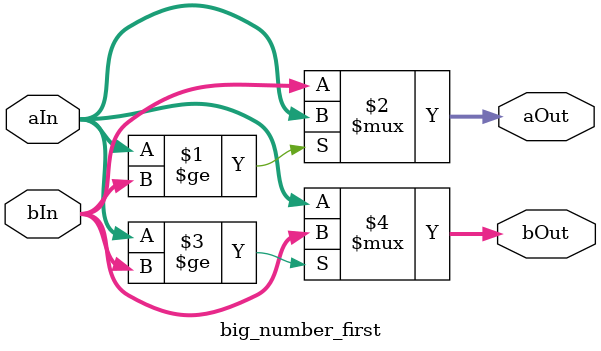
<source format=v>
module big_number_first(
    input wire [7:0] aIn, 
	 input wire [7:0] bIn,
	 output wire [7:0] aOut, //bigger 
	 output wire [7:0] bOut //smaller
	 );

	assign aOut = (aIn >= bIn) ? aIn : bIn;
	assign bOut = (aIn >= bIn) ? bIn : aIn;
endmodule

</source>
